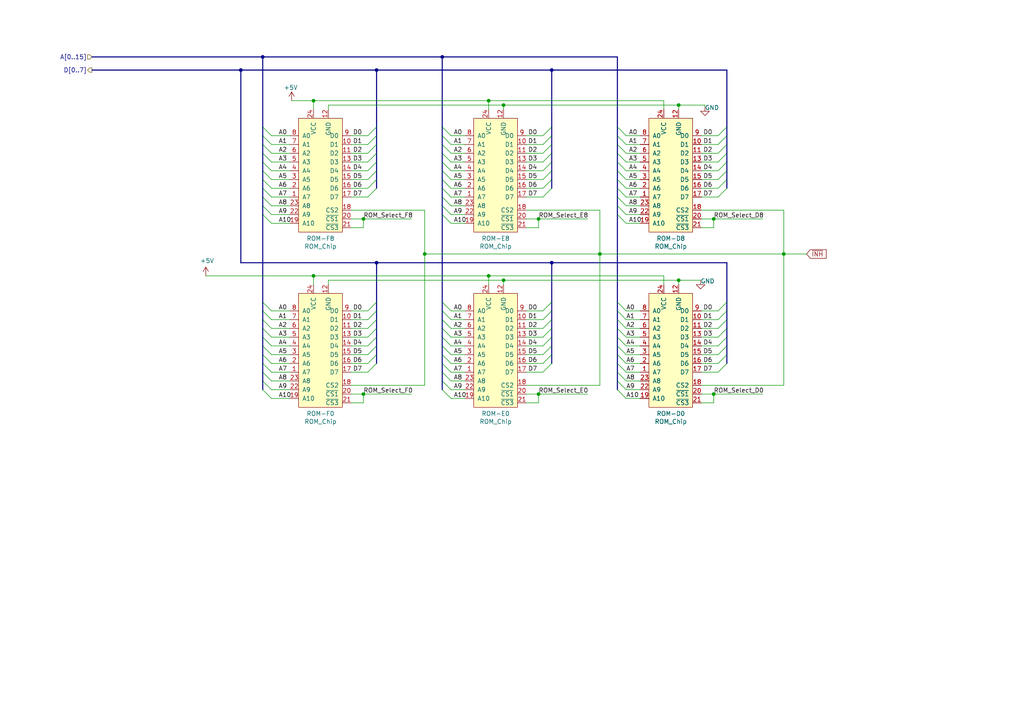
<source format=kicad_sch>
(kicad_sch (version 20230121) (generator eeschema)
  (paper "A4")
  (title_block (title "Apple II Schematic") (rev "0") (comment 1 "Captured from the Apple II Reference Manual (1979)"))
  (lib_symbols
    (symbol "AppleII+:ROM_Chip" (pin_names (offset 1.016))
      (property "Reference" "U" (at 5.842 21.59 0))
      (property "Value" "ROM_Chip" (at 3.048 -13.97 0))
      (symbol "ROM_Chip_0_1"
        (rectangle (start -5.08 20.32) (end 7.62 -12.7) (fill (type background)))
      )
      (symbol "ROM_Chip_1_1"
        (pin input line (at -7.62 -2.54 0) (length 2.54) (name "A7") (number "1"))
        (pin output line (at 10.16 12.7 180) (length 2.54) (name "D1") (number "10"))
        (pin output line (at 10.16 10.16 180) (length 2.54) (name "D2") (number "11"))
        (pin power_in line (at 3.556 22.86 270) (length 2.54) (name "GND") (number "12"))
        (pin output line (at 10.16 7.62 180) (length 2.54) (name "D3") (number "13"))
        (pin output line (at 10.16 5.08 180) (length 2.54) (name "D4") (number "14"))
        (pin output line (at 10.16 2.54 180) (length 2.54) (name "D5") (number "15"))
        (pin output line (at 10.16 0 180) (length 2.54) (name "D6") (number "16"))
        (pin output line (at 10.16 -2.54 180) (length 2.54) (name "D7") (number "17"))
        (pin input line (at 10.16 -6.35 180) (length 2.54) (name "CS2") (number "18"))
        (pin input line (at -7.62 -10.16 0) (length 2.54) (name "A10") (number "19"))
        (pin input line (at -7.62 0 0) (length 2.54) (name "A6") (number "2"))
        (pin input line (at 10.16 -8.89 180) (length 2.54) (name "~{CS1}") (number "20"))
        (pin input line (at 10.16 -11.43 180) (length 2.54) (name "~{CS3}") (number "21"))
        (pin input line (at -7.62 -7.62 0) (length 2.54) (name "A9") (number "22"))
        (pin input line (at -7.62 -5.08 0) (length 2.54) (name "A8") (number "23"))
        (pin power_in line (at -0.762 22.86 270) (length 2.54) (name "VCC") (number "24"))
        (pin input line (at -7.62 2.54 0) (length 2.54) (name "A5") (number "3"))
        (pin input line (at -7.62 5.08 0) (length 2.54) (name "A4") (number "4"))
        (pin input line (at -7.62 7.62 0) (length 2.54) (name "A3") (number "5"))
        (pin input line (at -7.62 10.16 0) (length 2.54) (name "A2") (number "6"))
        (pin input line (at -7.62 12.7 0) (length 2.54) (name "A1") (number "7"))
        (pin input line (at -7.62 15.24 0) (length 2.54) (name "A0") (number "8"))
        (pin output line (at 10.16 15.24 180) (length 2.54) (name "D0") (number "9"))
      )
    )
    (symbol "power:+5V" (power) (pin_names (offset 0))
      (property "Value" "+5V" (at 0 3.556 0))
      (symbol "+5V_0_1"
        (polyline (pts (xy -0.762 1.27) (xy 0 2.54)))
        (polyline (pts (xy 0 0) (xy 0 2.54)))
        (polyline (pts (xy 0 2.54) (xy 0.762 1.27)))
      )
      (symbol "+5V_1_1"
        (pin power_in line (at 0 0 90) (length 0) hide (name "+5V") (number "1"))
      )
    )
    (symbol "power:GND" (power) (pin_names (offset 0))
      (property "Value" "GND" (at 0 -3.81 0))
      (symbol "GND_0_1"
        (polyline (pts (xy 0 0) (xy 0 -1.27) (xy 1.27 -1.27) (xy 0 -2.54) (xy -1.27 -1.27) (xy 0 -1.27)))
      )
      (symbol "GND_1_1"
        (pin power_in line (at 0 0 270) (length 0) hide (name "GND") (number "1"))
      )
    )
  )
  (junction (at 90.932 29.21))
  (junction (at 156.21 114.3))
  (junction (at 105.41 114.3))
  (junction (at 141.732 29.21))
  (junction (at 146.05 30.48))
  (junction (at 156.21 63.5))
  (junction (at 173.99 73.66))
  (junction (at 123.19 73.66))
  (junction (at 207.01 63.5))
  (junction (at 109.22 20.32))
  (junction (at 160.02 76.2))
  (junction (at 141.732 80.01))
  (junction (at 69.85 20.32))
  (junction (at 196.85 81.28))
  (junction (at 109.22 76.2))
  (junction (at 227.33 73.66))
  (junction (at 196.85 30.48))
  (junction (at 90.932 80.01))
  (junction (at 105.41 63.5))
  (junction (at 160.02 20.32))
  (junction (at 207.01 114.3))
  (junction (at 128.27 16.51))
  (junction (at 76.2 16.51))
  (junction (at 146.05 81.28))
  (bus_entry (at 128.27 92.71) (size 2.54 2.54))
  (bus_entry (at 179.07 39.37) (size 2.54 2.54))
  (bus_entry (at 160.02 44.45) (size -2.54 2.54))
  (bus_entry (at 160.02 87.63) (size -2.54 2.54))
  (bus_entry (at 128.27 41.91) (size 2.54 2.54))
  (bus_entry (at 76.2 90.17) (size 2.54 2.54))
  (bus_entry (at 179.07 54.61) (size 2.54 2.54))
  (bus_entry (at 210.82 39.37) (size -2.54 2.54))
  (bus_entry (at 128.27 90.17) (size 2.54 2.54))
  (bus_entry (at 179.07 36.83) (size 2.54 2.54))
  (bus_entry (at 160.02 46.99) (size -2.54 2.54))
  (bus_entry (at 210.82 90.17) (size -2.54 2.54))
  (bus_entry (at 109.22 54.61) (size -2.54 2.54))
  (bus_entry (at 179.07 57.15) (size 2.54 2.54))
  (bus_entry (at 109.22 102.87) (size -2.54 2.54))
  (bus_entry (at 179.07 92.71) (size 2.54 2.54))
  (bus_entry (at 210.82 92.71) (size -2.54 2.54))
  (bus_entry (at 128.27 95.25) (size 2.54 2.54))
  (bus_entry (at 76.2 92.71) (size 2.54 2.54))
  (bus_entry (at 128.27 100.33) (size 2.54 2.54))
  (bus_entry (at 76.2 59.69) (size 2.54 2.54))
  (bus_entry (at 128.27 39.37) (size 2.54 2.54))
  (bus_entry (at 160.02 39.37) (size -2.54 2.54))
  (bus_entry (at 109.22 46.99) (size -2.54 2.54))
  (bus_entry (at 210.82 41.91) (size -2.54 2.54))
  (bus_entry (at 76.2 39.37) (size 2.54 2.54))
  (bus_entry (at 128.27 44.45) (size 2.54 2.54))
  (bus_entry (at 210.82 97.79) (size -2.54 2.54))
  (bus_entry (at 160.02 92.71) (size -2.54 2.54))
  (bus_entry (at 160.02 52.07) (size -2.54 2.54))
  (bus_entry (at 109.22 95.25) (size -2.54 2.54))
  (bus_entry (at 76.2 102.87) (size 2.54 2.54))
  (bus_entry (at 179.07 102.87) (size 2.54 2.54))
  (bus_entry (at 109.22 100.33) (size -2.54 2.54))
  (bus_entry (at 210.82 44.45) (size -2.54 2.54))
  (bus_entry (at 128.27 113.03) (size 2.54 2.54))
  (bus_entry (at 210.82 105.41) (size -2.54 2.54))
  (bus_entry (at 179.07 62.23) (size 2.54 2.54))
  (bus_entry (at 179.07 46.99) (size 2.54 2.54))
  (bus_entry (at 76.2 110.49) (size 2.54 2.54))
  (bus_entry (at 128.27 97.79) (size 2.54 2.54))
  (bus_entry (at 109.22 92.71) (size -2.54 2.54))
  (bus_entry (at 76.2 97.79) (size 2.54 2.54))
  (bus_entry (at 76.2 95.25) (size 2.54 2.54))
  (bus_entry (at 210.82 87.63) (size -2.54 2.54))
  (bus_entry (at 109.22 105.41) (size -2.54 2.54))
  (bus_entry (at 179.07 41.91) (size 2.54 2.54))
  (bus_entry (at 210.82 49.53) (size -2.54 2.54))
  (bus_entry (at 128.27 105.41) (size 2.54 2.54))
  (bus_entry (at 128.27 54.61) (size 2.54 2.54))
  (bus_entry (at 179.07 59.69) (size 2.54 2.54))
  (bus_entry (at 76.2 52.07) (size 2.54 2.54))
  (bus_entry (at 179.07 100.33) (size 2.54 2.54))
  (bus_entry (at 109.22 97.79) (size -2.54 2.54))
  (bus_entry (at 160.02 36.83) (size -2.54 2.54))
  (bus_entry (at 76.2 44.45) (size 2.54 2.54))
  (bus_entry (at 179.07 87.63) (size 2.54 2.54))
  (bus_entry (at 128.27 59.69) (size 2.54 2.54))
  (bus_entry (at 179.07 97.79) (size 2.54 2.54))
  (bus_entry (at 179.07 49.53) (size 2.54 2.54))
  (bus_entry (at 76.2 36.83) (size 2.54 2.54))
  (bus_entry (at 76.2 105.41) (size 2.54 2.54))
  (bus_entry (at 210.82 36.83) (size -2.54 2.54))
  (bus_entry (at 76.2 57.15) (size 2.54 2.54))
  (bus_entry (at 76.2 49.53) (size 2.54 2.54))
  (bus_entry (at 128.27 57.15) (size 2.54 2.54))
  (bus_entry (at 109.22 52.07) (size -2.54 2.54))
  (bus_entry (at 179.07 107.95) (size 2.54 2.54))
  (bus_entry (at 179.07 95.25) (size 2.54 2.54))
  (bus_entry (at 76.2 113.03) (size 2.54 2.54))
  (bus_entry (at 160.02 90.17) (size -2.54 2.54))
  (bus_entry (at 160.02 100.33) (size -2.54 2.54))
  (bus_entry (at 76.2 41.91) (size 2.54 2.54))
  (bus_entry (at 210.82 52.07) (size -2.54 2.54))
  (bus_entry (at 128.27 62.23) (size 2.54 2.54))
  (bus_entry (at 109.22 36.83) (size -2.54 2.54))
  (bus_entry (at 179.07 90.17) (size 2.54 2.54))
  (bus_entry (at 160.02 102.87) (size -2.54 2.54))
  (bus_entry (at 109.22 41.91) (size -2.54 2.54))
  (bus_entry (at 210.82 95.25) (size -2.54 2.54))
  (bus_entry (at 109.22 90.17) (size -2.54 2.54))
  (bus_entry (at 128.27 102.87) (size 2.54 2.54))
  (bus_entry (at 210.82 100.33) (size -2.54 2.54))
  (bus_entry (at 128.27 46.99) (size 2.54 2.54))
  (bus_entry (at 160.02 95.25) (size -2.54 2.54))
  (bus_entry (at 210.82 102.87) (size -2.54 2.54))
  (bus_entry (at 210.82 46.99) (size -2.54 2.54))
  (bus_entry (at 76.2 107.95) (size 2.54 2.54))
  (bus_entry (at 128.27 107.95) (size 2.54 2.54))
  (bus_entry (at 179.07 110.49) (size 2.54 2.54))
  (bus_entry (at 179.07 44.45) (size 2.54 2.54))
  (bus_entry (at 76.2 87.63) (size 2.54 2.54))
  (bus_entry (at 160.02 49.53) (size -2.54 2.54))
  (bus_entry (at 109.22 49.53) (size -2.54 2.54))
  (bus_entry (at 210.82 54.61) (size -2.54 2.54))
  (bus_entry (at 76.2 54.61) (size 2.54 2.54))
  (bus_entry (at 76.2 100.33) (size 2.54 2.54))
  (bus_entry (at 109.22 39.37) (size -2.54 2.54))
  (bus_entry (at 160.02 97.79) (size -2.54 2.54))
  (bus_entry (at 109.22 44.45) (size -2.54 2.54))
  (bus_entry (at 128.27 52.07) (size 2.54 2.54))
  (bus_entry (at 179.07 52.07) (size 2.54 2.54))
  (bus_entry (at 128.27 49.53) (size 2.54 2.54))
  (bus_entry (at 76.2 62.23) (size 2.54 2.54))
  (bus_entry (at 160.02 41.91) (size -2.54 2.54))
  (bus_entry (at 128.27 87.63) (size 2.54 2.54))
  (bus_entry (at 160.02 54.61) (size -2.54 2.54))
  (bus_entry (at 179.07 113.03) (size 2.54 2.54))
  (bus_entry (at 76.2 46.99) (size 2.54 2.54))
  (bus_entry (at 128.27 36.83) (size 2.54 2.54))
  (bus_entry (at 128.27 110.49) (size 2.54 2.54))
  (bus_entry (at 160.02 105.41) (size -2.54 2.54))
  (bus_entry (at 109.22 87.63) (size -2.54 2.54))
  (bus_entry (at 179.07 105.41) (size 2.54 2.54))
  (bus (pts (xy 109.22 76.2) (xy 69.85 76.2)))
  (wire (pts (xy 203.454 114.3) (xy 207.01 114.3)))
  (wire (pts (xy 152.654 54.61) (xy 157.48 54.61)))
  (wire (pts (xy 152.654 105.41) (xy 157.48 105.41)))
  (wire (pts (xy 203.454 49.53) (xy 208.28 49.53)))
  (wire (pts (xy 101.854 92.71) (xy 106.68 92.71)))
  (wire (pts (xy 105.41 116.84) (xy 101.854 116.84)))
  (wire (pts (xy 152.654 44.45) (xy 157.48 44.45)))
  (wire (pts (xy 95.25 30.48) (xy 95.25 31.75)))
  (wire (pts (xy 156.21 63.5) (xy 170.434 63.5)))
  (wire (pts (xy 130.81 54.61) (xy 134.874 54.61)))
  (bus (pts (xy 210.82 39.37) (xy 210.82 41.91)))
  (bus (pts (xy 109.22 36.83) (xy 109.22 39.37)))
  (bus (pts (xy 109.22 39.37) (xy 109.22 41.91)))
  (wire (pts (xy 141.732 82.55) (xy 141.732 80.01)))
  (bus (pts (xy 210.82 102.87) (xy 210.82 105.41)))
  (wire (pts (xy 78.74 59.69) (xy 84.074 59.69)))
  (wire (pts (xy 101.854 107.95) (xy 106.68 107.95)))
  (wire (pts (xy 203.454 39.37) (xy 208.28 39.37)))
  (wire (pts (xy 181.61 115.57) (xy 185.674 115.57)))
  (bus (pts (xy 26.67 16.51) (xy 76.2 16.51)))
  (wire (pts (xy 152.654 111.76) (xy 173.99 111.76)))
  (wire (pts (xy 152.654 100.33) (xy 157.48 100.33)))
  (bus (pts (xy 109.22 97.79) (xy 109.22 100.33)))
  (wire (pts (xy 95.25 81.28) (xy 95.25 82.55)))
  (bus (pts (xy 76.2 92.71) (xy 76.2 95.25)))
  (wire (pts (xy 152.654 39.37) (xy 157.48 39.37)))
  (wire (pts (xy 101.854 97.79) (xy 106.68 97.79)))
  (wire (pts (xy 130.81 115.57) (xy 134.874 115.57)))
  (wire (pts (xy 101.854 100.33) (xy 106.68 100.33)))
  (bus (pts (xy 128.27 87.63) (xy 128.27 90.17)))
  (bus (pts (xy 210.82 76.2) (xy 210.82 87.63)))
  (wire (pts (xy 196.85 81.28) (xy 196.85 82.55)))
  (bus (pts (xy 160.02 76.2) (xy 210.82 76.2)))
  (wire (pts (xy 105.41 63.5) (xy 119.38 63.5)))
  (wire (pts (xy 78.74 92.71) (xy 84.074 92.71)))
  (wire (pts (xy 173.99 73.66) (xy 123.19 73.66)))
  (bus (pts (xy 179.07 16.51) (xy 179.07 36.83)))
  (wire (pts (xy 78.74 97.79) (xy 84.074 97.79)))
  (wire (pts (xy 152.654 90.17) (xy 157.48 90.17)))
  (bus (pts (xy 210.82 20.32) (xy 210.82 36.83)))
  (bus (pts (xy 179.07 102.87) (xy 179.07 105.41)))
  (bus (pts (xy 160.02 20.32) (xy 210.82 20.32)))
  (wire (pts (xy 105.41 114.3) (xy 105.41 116.84)))
  (wire (pts (xy 59.69 80.01) (xy 90.932 80.01)))
  (bus (pts (xy 76.2 107.95) (xy 76.2 110.49)))
  (bus (pts (xy 76.2 97.79) (xy 76.2 100.33)))
  (bus (pts (xy 210.82 100.33) (xy 210.82 102.87)))
  (wire (pts (xy 130.81 110.49) (xy 134.874 110.49)))
  (wire (pts (xy 101.854 41.91) (xy 106.68 41.91)))
  (bus (pts (xy 109.22 100.33) (xy 109.22 102.87)))
  (wire (pts (xy 203.454 60.96) (xy 227.33 60.96)))
  (wire (pts (xy 78.74 102.87) (xy 84.074 102.87)))
  (wire (pts (xy 181.61 57.15) (xy 185.674 57.15)))
  (wire (pts (xy 173.99 111.76) (xy 173.99 73.66)))
  (wire (pts (xy 152.654 107.95) (xy 157.48 107.95)))
  (bus (pts (xy 128.27 16.51) (xy 128.27 36.83)))
  (wire (pts (xy 152.654 52.07) (xy 157.48 52.07)))
  (bus (pts (xy 179.07 110.49) (xy 179.07 113.03)))
  (wire (pts (xy 78.74 64.77) (xy 84.074 64.77)))
  (wire (pts (xy 105.41 66.04) (xy 101.854 66.04)))
  (bus (pts (xy 109.22 49.53) (xy 109.22 52.07)))
  (wire (pts (xy 203.454 41.91) (xy 208.28 41.91)))
  (bus (pts (xy 210.82 44.45) (xy 210.82 46.99)))
  (bus (pts (xy 128.27 62.23) (xy 128.27 87.63)))
  (wire (pts (xy 78.74 39.37) (xy 84.074 39.37)))
  (wire (pts (xy 130.81 41.91) (xy 134.874 41.91)))
  (wire (pts (xy 181.61 49.53) (xy 185.674 49.53)))
  (bus (pts (xy 128.27 110.49) (xy 128.27 113.03)))
  (wire (pts (xy 130.81 90.17) (xy 134.874 90.17)))
  (wire (pts (xy 130.81 57.15) (xy 134.874 57.15)))
  (bus (pts (xy 179.07 90.17) (xy 179.07 92.71)))
  (bus (pts (xy 179.07 100.33) (xy 179.07 102.87)))
  (wire (pts (xy 181.61 44.45) (xy 185.674 44.45)))
  (wire (pts (xy 78.74 113.03) (xy 84.074 113.03)))
  (wire (pts (xy 156.21 114.3) (xy 156.21 116.84)))
  (bus (pts (xy 76.2 59.69) (xy 76.2 62.23)))
  (bus (pts (xy 128.27 54.61) (xy 128.27 57.15)))
  (wire (pts (xy 105.41 114.3) (xy 119.38 114.3)))
  (bus (pts (xy 179.07 52.07) (xy 179.07 54.61)))
  (bus (pts (xy 179.07 105.41) (xy 179.07 107.95)))
  (bus (pts (xy 76.2 41.91) (xy 76.2 44.45)))
  (wire (pts (xy 78.74 41.91) (xy 84.074 41.91)))
  (bus (pts (xy 76.2 87.63) (xy 76.2 90.17)))
  (wire (pts (xy 181.61 54.61) (xy 185.674 54.61)))
  (bus (pts (xy 76.2 46.99) (xy 76.2 49.53)))
  (bus (pts (xy 109.22 102.87) (xy 109.22 105.41)))
  (wire (pts (xy 152.654 114.3) (xy 156.21 114.3)))
  (wire (pts (xy 173.99 60.96) (xy 152.654 60.96)))
  (bus (pts (xy 160.02 95.25) (xy 160.02 97.79)))
  (bus (pts (xy 76.2 62.23) (xy 76.2 87.63)))
  (bus (pts (xy 160.02 36.83) (xy 160.02 39.37)))
  (wire (pts (xy 181.61 92.71) (xy 185.674 92.71)))
  (bus (pts (xy 210.82 49.53) (xy 210.82 52.07)))
  (wire (pts (xy 101.854 105.41) (xy 106.68 105.41)))
  (wire (pts (xy 181.61 107.95) (xy 185.674 107.95)))
  (wire (pts (xy 181.61 41.91) (xy 185.674 41.91)))
  (wire (pts (xy 152.654 95.25) (xy 157.48 95.25)))
  (wire (pts (xy 84.582 29.21) (xy 90.932 29.21)))
  (bus (pts (xy 179.07 95.25) (xy 179.07 97.79)))
  (wire (pts (xy 152.654 92.71) (xy 157.48 92.71)))
  (bus (pts (xy 109.22 76.2) (xy 160.02 76.2)))
  (wire (pts (xy 203.454 100.33) (xy 208.28 100.33)))
  (bus (pts (xy 76.2 95.25) (xy 76.2 97.79)))
  (wire (pts (xy 203.454 63.5) (xy 207.01 63.5)))
  (bus (pts (xy 109.22 87.63) (xy 109.22 90.17)))
  (wire (pts (xy 101.854 39.37) (xy 106.68 39.37)))
  (wire (pts (xy 130.81 102.87) (xy 134.874 102.87)))
  (bus (pts (xy 210.82 92.71) (xy 210.82 95.25)))
  (bus (pts (xy 160.02 52.07) (xy 160.02 54.61)))
  (wire (pts (xy 203.454 54.61) (xy 208.28 54.61)))
  (wire (pts (xy 203.454 111.76) (xy 227.33 111.76)))
  (wire (pts (xy 78.74 44.45) (xy 84.074 44.45)))
  (wire (pts (xy 203.454 95.25) (xy 208.28 95.25)))
  (wire (pts (xy 90.932 80.01) (xy 141.732 80.01)))
  (wire (pts (xy 173.99 73.66) (xy 227.33 73.66)))
  (wire (pts (xy 78.74 90.17) (xy 84.074 90.17)))
  (wire (pts (xy 101.854 44.45) (xy 106.68 44.45)))
  (wire (pts (xy 181.61 90.17) (xy 185.674 90.17)))
  (wire (pts (xy 203.454 44.45) (xy 208.28 44.45)))
  (bus (pts (xy 109.22 44.45) (xy 109.22 46.99)))
  (bus (pts (xy 128.27 49.53) (xy 128.27 52.07)))
  (wire (pts (xy 130.81 44.45) (xy 134.874 44.45)))
  (bus (pts (xy 160.02 90.17) (xy 160.02 92.71)))
  (bus (pts (xy 128.27 102.87) (xy 128.27 105.41)))
  (bus (pts (xy 210.82 90.17) (xy 210.82 92.71)))
  (bus (pts (xy 179.07 62.23) (xy 179.07 87.63)))
  (wire (pts (xy 181.61 110.49) (xy 185.674 110.49)))
  (bus (pts (xy 26.67 20.32) (xy 69.85 20.32)))
  (wire (pts (xy 141.732 80.01) (xy 192.532 80.01)))
  (bus (pts (xy 109.22 92.71) (xy 109.22 95.25)))
  (wire (pts (xy 156.21 114.3) (xy 170.434 114.3)))
  (wire (pts (xy 207.01 116.84) (xy 203.454 116.84)))
  (bus (pts (xy 179.07 92.71) (xy 179.07 95.25)))
  (bus (pts (xy 179.07 41.91) (xy 179.07 44.45)))
  (wire (pts (xy 152.654 97.79) (xy 157.48 97.79)))
  (wire (pts (xy 203.454 46.99) (xy 208.28 46.99)))
  (wire (pts (xy 181.61 97.79) (xy 185.674 97.79)))
  (wire (pts (xy 203.454 92.71) (xy 208.28 92.71)))
  (wire (pts (xy 207.01 63.5) (xy 207.01 66.04)))
  (wire (pts (xy 101.854 63.5) (xy 105.41 63.5)))
  (bus (pts (xy 128.27 107.95) (xy 128.27 110.49)))
  (wire (pts (xy 101.854 95.25) (xy 106.68 95.25)))
  (wire (pts (xy 181.61 95.25) (xy 185.674 95.25)))
  (wire (pts (xy 101.854 111.76) (xy 123.19 111.76)))
  (bus (pts (xy 179.07 97.79) (xy 179.07 100.33)))
  (wire (pts (xy 130.81 52.07) (xy 134.874 52.07)))
  (wire (pts (xy 78.74 52.07) (xy 84.074 52.07)))
  (wire (pts (xy 141.732 29.21) (xy 192.532 29.21)))
  (wire (pts (xy 152.654 57.15) (xy 157.48 57.15)))
  (bus (pts (xy 76.2 36.83) (xy 76.2 39.37)))
  (wire (pts (xy 78.74 57.15) (xy 84.074 57.15)))
  (wire (pts (xy 105.41 63.5) (xy 105.41 66.04)))
  (wire (pts (xy 123.19 73.66) (xy 123.19 60.96)))
  (wire (pts (xy 203.454 107.95) (xy 208.28 107.95)))
  (bus (pts (xy 109.22 20.32) (xy 160.02 20.32)))
  (bus (pts (xy 76.2 90.17) (xy 76.2 92.71)))
  (wire (pts (xy 227.33 111.76) (xy 227.33 73.66)))
  (bus (pts (xy 179.07 49.53) (xy 179.07 52.07)))
  (bus (pts (xy 128.27 52.07) (xy 128.27 54.61)))
  (bus (pts (xy 128.27 16.51) (xy 179.07 16.51)))
  (bus (pts (xy 210.82 41.91) (xy 210.82 44.45)))
  (bus (pts (xy 128.27 90.17) (xy 128.27 92.71)))
  (wire (pts (xy 78.74 49.53) (xy 84.074 49.53)))
  (bus (pts (xy 179.07 57.15) (xy 179.07 59.69)))
  (bus (pts (xy 76.2 16.51) (xy 128.27 16.51)))
  (wire (pts (xy 181.61 39.37) (xy 185.674 39.37)))
  (wire (pts (xy 227.33 60.96) (xy 227.33 73.66)))
  (bus (pts (xy 69.85 20.32) (xy 109.22 20.32)))
  (bus (pts (xy 160.02 39.37) (xy 160.02 41.91)))
  (bus (pts (xy 179.07 59.69) (xy 179.07 62.23)))
  (wire (pts (xy 181.61 62.23) (xy 185.674 62.23)))
  (bus (pts (xy 128.27 92.71) (xy 128.27 95.25)))
  (wire (pts (xy 146.05 30.48) (xy 95.25 30.48)))
  (bus (pts (xy 109.22 76.2) (xy 109.22 87.63)))
  (wire (pts (xy 101.854 102.87) (xy 106.68 102.87)))
  (bus (pts (xy 76.2 105.41) (xy 76.2 107.95)))
  (wire (pts (xy 192.532 29.21) (xy 192.532 31.75)))
  (wire (pts (xy 78.74 100.33) (xy 84.074 100.33)))
  (wire (pts (xy 181.61 64.77) (xy 185.674 64.77)))
  (bus (pts (xy 76.2 16.51) (xy 76.2 36.83)))
  (bus (pts (xy 128.27 46.99) (xy 128.27 49.53)))
  (wire (pts (xy 130.81 49.53) (xy 134.874 49.53)))
  (wire (pts (xy 203.454 105.41) (xy 208.28 105.41)))
  (wire (pts (xy 130.81 62.23) (xy 134.874 62.23)))
  (bus (pts (xy 160.02 100.33) (xy 160.02 102.87)))
  (wire (pts (xy 203.454 90.17) (xy 208.28 90.17)))
  (bus (pts (xy 109.22 46.99) (xy 109.22 49.53)))
  (bus (pts (xy 210.82 95.25) (xy 210.82 97.79)))
  (bus (pts (xy 128.27 39.37) (xy 128.27 41.91)))
  (wire (pts (xy 123.19 111.76) (xy 123.19 73.66)))
  (wire (pts (xy 181.61 59.69) (xy 185.674 59.69)))
  (wire (pts (xy 78.74 54.61) (xy 84.074 54.61)))
  (wire (pts (xy 204.47 30.988) (xy 204.47 30.48)))
  (wire (pts (xy 130.81 100.33) (xy 134.874 100.33)))
  (wire (pts (xy 90.932 29.21) (xy 141.732 29.21)))
  (wire (pts (xy 181.61 46.99) (xy 185.674 46.99)))
  (wire (pts (xy 173.99 73.66) (xy 173.99 60.96)))
  (wire (pts (xy 227.33 73.66) (xy 233.934 73.66)))
  (wire (pts (xy 101.854 52.07) (xy 106.68 52.07)))
  (wire (pts (xy 152.654 49.53) (xy 157.48 49.53)))
  (bus (pts (xy 160.02 97.79) (xy 160.02 100.33)))
  (wire (pts (xy 78.74 95.25) (xy 84.074 95.25)))
  (wire (pts (xy 152.654 102.87) (xy 157.48 102.87)))
  (bus (pts (xy 76.2 44.45) (xy 76.2 46.99)))
  (wire (pts (xy 204.47 30.48) (xy 196.85 30.48)))
  (wire (pts (xy 130.81 59.69) (xy 134.874 59.69)))
  (bus (pts (xy 76.2 100.33) (xy 76.2 102.87)))
  (wire (pts (xy 181.61 105.41) (xy 185.674 105.41)))
  (wire (pts (xy 152.654 41.91) (xy 157.48 41.91)))
  (bus (pts (xy 128.27 105.41) (xy 128.27 107.95)))
  (wire (pts (xy 196.85 81.28) (xy 203.2 81.28)))
  (wire (pts (xy 130.81 46.99) (xy 134.874 46.99)))
  (wire (pts (xy 123.19 60.96) (xy 101.854 60.96)))
  (bus (pts (xy 160.02 49.53) (xy 160.02 52.07)))
  (wire (pts (xy 156.21 116.84) (xy 152.654 116.84)))
  (wire (pts (xy 130.81 39.37) (xy 134.874 39.37)))
  (bus (pts (xy 76.2 57.15) (xy 76.2 59.69)))
  (bus (pts (xy 179.07 36.83) (xy 179.07 39.37)))
  (bus (pts (xy 179.07 46.99) (xy 179.07 49.53)))
  (wire (pts (xy 130.81 113.03) (xy 134.874 113.03)))
  (bus (pts (xy 76.2 110.49) (xy 76.2 113.03)))
  (wire (pts (xy 181.61 113.03) (xy 185.674 113.03)))
  (bus (pts (xy 160.02 102.87) (xy 160.02 105.41)))
  (wire (pts (xy 196.85 31.75) (xy 196.85 30.48)))
  (wire (pts (xy 78.74 115.57) (xy 84.074 115.57)))
  (wire (pts (xy 101.854 57.15) (xy 106.68 57.15)))
  (bus (pts (xy 76.2 54.61) (xy 76.2 57.15)))
  (bus (pts (xy 210.82 87.63) (xy 210.82 90.17)))
  (wire (pts (xy 156.21 63.5) (xy 156.21 66.04)))
  (wire (pts (xy 78.74 105.41) (xy 84.074 105.41)))
  (wire (pts (xy 101.854 114.3) (xy 105.41 114.3)))
  (wire (pts (xy 130.81 95.25) (xy 134.874 95.25)))
  (wire (pts (xy 78.74 107.95) (xy 84.074 107.95)))
  (bus (pts (xy 109.22 52.07) (xy 109.22 54.61)))
  (bus (pts (xy 109.22 41.91) (xy 109.22 44.45)))
  (bus (pts (xy 179.07 44.45) (xy 179.07 46.99)))
  (wire (pts (xy 207.01 114.3) (xy 207.01 116.84)))
  (wire (pts (xy 192.532 80.01) (xy 192.532 82.55)))
  (bus (pts (xy 109.22 95.25) (xy 109.22 97.79)))
  (wire (pts (xy 101.854 54.61) (xy 106.68 54.61)))
  (wire (pts (xy 203.454 52.07) (xy 208.28 52.07)))
  (bus (pts (xy 210.82 97.79) (xy 210.82 100.33)))
  (bus (pts (xy 128.27 97.79) (xy 128.27 100.33)))
  (bus (pts (xy 76.2 52.07) (xy 76.2 54.61)))
  (bus (pts (xy 76.2 39.37) (xy 76.2 41.91)))
  (bus (pts (xy 128.27 95.25) (xy 128.27 97.79)))
  (wire (pts (xy 146.05 81.28) (xy 95.25 81.28)))
  (wire (pts (xy 90.932 82.55) (xy 90.932 80.01)))
  (bus (pts (xy 128.27 44.45) (xy 128.27 46.99)))
  (wire (pts (xy 130.81 64.77) (xy 134.874 64.77)))
  (wire (pts (xy 152.654 63.5) (xy 156.21 63.5)))
  (wire (pts (xy 130.81 97.79) (xy 134.874 97.79)))
  (bus (pts (xy 160.02 76.2) (xy 160.02 87.63)))
  (wire (pts (xy 156.21 66.04) (xy 152.654 66.04)))
  (wire (pts (xy 141.732 31.75) (xy 141.732 29.21)))
  (wire (pts (xy 203.454 57.15) (xy 208.28 57.15)))
  (bus (pts (xy 128.27 41.91) (xy 128.27 44.45)))
  (wire (pts (xy 78.74 46.99) (xy 84.074 46.99)))
  (wire (pts (xy 203.454 97.79) (xy 208.28 97.79)))
  (wire (pts (xy 181.61 100.33) (xy 185.674 100.33)))
  (wire (pts (xy 130.81 105.41) (xy 134.874 105.41)))
  (bus (pts (xy 179.07 54.61) (xy 179.07 57.15)))
  (bus (pts (xy 128.27 100.33) (xy 128.27 102.87)))
  (bus (pts (xy 210.82 46.99) (xy 210.82 49.53)))
  (bus (pts (xy 128.27 57.15) (xy 128.27 59.69)))
  (bus (pts (xy 109.22 20.32) (xy 109.22 36.83)))
  (wire (pts (xy 196.85 30.48) (xy 146.05 30.48)))
  (bus (pts (xy 76.2 102.87) (xy 76.2 105.41)))
  (bus (pts (xy 179.07 107.95) (xy 179.07 110.49)))
  (wire (pts (xy 152.654 46.99) (xy 157.48 46.99)))
  (wire (pts (xy 90.932 31.75) (xy 90.932 29.21)))
  (bus (pts (xy 160.02 44.45) (xy 160.02 46.99)))
  (wire (pts (xy 130.81 92.71) (xy 134.874 92.71)))
  (wire (pts (xy 207.01 114.3) (xy 221.234 114.3)))
  (bus (pts (xy 210.82 52.07) (xy 210.82 54.61)))
  (wire (pts (xy 207.01 66.04) (xy 203.454 66.04)))
  (wire (pts (xy 78.74 62.23) (xy 84.074 62.23)))
  (bus (pts (xy 160.02 87.63) (xy 160.02 90.17)))
  (wire (pts (xy 101.854 49.53) (xy 106.68 49.53)))
  (wire (pts (xy 101.854 46.99) (xy 106.68 46.99)))
  (wire (pts (xy 146.05 31.75) (xy 146.05 30.48)))
  (wire (pts (xy 78.74 110.49) (xy 84.074 110.49)))
  (bus (pts (xy 179.07 39.37) (xy 179.07 41.91)))
  (wire (pts (xy 146.05 82.55) (xy 146.05 81.28)))
  (bus (pts (xy 160.02 41.91) (xy 160.02 44.45)))
  (wire (pts (xy 196.85 81.28) (xy 146.05 81.28)))
  (bus (pts (xy 160.02 20.32) (xy 160.02 36.83)))
  (bus (pts (xy 109.22 90.17) (xy 109.22 92.71)))
  (wire (pts (xy 181.61 102.87) (xy 185.674 102.87)))
  (bus (pts (xy 160.02 46.99) (xy 160.02 49.53)))
  (wire (pts (xy 203.454 102.87) (xy 208.28 102.87)))
  (wire (pts (xy 130.81 107.95) (xy 134.874 107.95)))
  (bus (pts (xy 76.2 49.53) (xy 76.2 52.07)))
  (bus (pts (xy 128.27 36.83) (xy 128.27 39.37)))
  (bus (pts (xy 128.27 59.69) (xy 128.27 62.23)))
  (wire (pts (xy 181.61 52.07) (xy 185.674 52.07)))
  (wire (pts (xy 207.01 63.5) (xy 221.234 63.5)))
  (bus (pts (xy 160.02 92.71) (xy 160.02 95.25)))
  (bus (pts (xy 210.82 36.83) (xy 210.82 39.37)))
  (wire (pts (xy 101.854 90.17) (xy 106.68 90.17)))
  (bus (pts (xy 179.07 87.63) (xy 179.07 90.17)))
  (bus (pts (xy 69.85 76.2) (xy 69.85 20.32)))
  (label "D7" (at 153.162 107.95 0))
  (label "D5" (at 153.162 102.87 0))
  (label "D0" (at 153.162 39.37 0))
  (label "D3" (at 102.362 97.79 0))
  (label "A4" (at 182.372 49.53 0))
  (label "A0" (at 181.61 90.17 0))
  (label "A1" (at 131.572 41.91 0))
  (label "A1" (at 181.61 92.71 0))
  (label "ROM_Select_F0" (at 105.41 114.3 0))
  (label "D7" (at 102.362 107.95 0))
  (label "A3" (at 80.772 97.79 0))
  (label "D7" (at 203.962 107.95 0))
  (label "A4" (at 80.772 49.53 0))
  (label "A10" (at 80.772 115.57 0))
  (label "D6" (at 203.962 105.41 0))
  (label "A0" (at 80.772 39.37 0))
  (label "A0" (at 182.372 39.37 0))
  (label "D2" (at 153.162 95.25 0))
  (label "D3" (at 203.962 46.99 0))
  (label "A10" (at 80.772 64.77 0))
  (label "A1" (at 80.772 41.91 0))
  (label "A6" (at 131.572 105.41 0))
  (label "D0" (at 102.362 39.37 0))
  (label "A8" (at 80.772 59.69 0))
  (label "D1" (at 203.962 92.71 0))
  (label "D2" (at 102.362 95.25 0))
  (label "A8" (at 182.372 59.69 0))
  (label "A2" (at 182.372 44.45 0))
  (label "D0" (at 203.962 39.37 0))
  (label "D4" (at 153.162 49.53 0))
  (label "A4" (at 80.772 100.33 0))
  (label "ROM_Select_D8" (at 207.01 63.5 0))
  (label "D6" (at 153.162 54.61 0))
  (label "A4" (at 131.572 49.53 0))
  (label "D1" (at 153.162 41.91 0))
  (label "D4" (at 153.162 100.33 0))
  (label "A6" (at 131.572 54.61 0))
  (label "D1" (at 102.362 92.71 0))
  (label "D3" (at 153.162 97.79 0))
  (label "A3" (at 131.572 97.79 0))
  (label "A5" (at 80.772 52.07 0))
  (label "D0" (at 102.362 90.17 0))
  (label "D5" (at 203.962 52.07 0))
  (label "A8" (at 131.572 59.69 0))
  (label "D1" (at 203.962 41.91 0))
  (label "A8" (at 131.572 110.49 0))
  (label "D6" (at 102.362 54.61 0))
  (label "D6" (at 153.162 105.41 0))
  (label "A8" (at 181.61 110.49 0))
  (label "A2" (at 80.772 44.45 0))
  (label "D2" (at 102.362 44.45 0))
  (label "A5" (at 182.372 52.07 0))
  (label "A5" (at 131.572 102.87 0))
  (label "A7" (at 131.572 107.95 0))
  (label "A3" (at 131.572 46.99 0))
  (label "A1" (at 182.372 41.91 0))
  (label "A4" (at 131.572 100.33 0))
  (label "A8" (at 80.772 110.49 0))
  (label "D6" (at 203.962 54.61 0))
  (label "A7" (at 131.572 57.15 0))
  (label "A2" (at 80.772 95.25 0))
  (label "A7" (at 181.61 107.95 0))
  (label "A6" (at 182.372 54.61 0))
  (label "D7" (at 153.162 57.15 0))
  (label "A5" (at 80.772 102.87 0))
  (label "A10" (at 181.61 115.57 0))
  (label "D5" (at 153.162 52.07 0))
  (label "D2" (at 203.962 44.45 0))
  (label "D3" (at 203.962 97.79 0))
  (label "ROM_Select_F8" (at 105.41 63.5 0))
  (label "A10" (at 131.572 64.77 0))
  (label "A0" (at 131.572 90.17 0))
  (label "A1" (at 80.772 92.71 0))
  (label "A3" (at 181.61 97.79 0))
  (label "D4" (at 203.962 49.53 0))
  (label "D4" (at 102.362 49.53 0))
  (label "D3" (at 102.362 46.99 0))
  (label "A3" (at 80.772 46.99 0))
  (label "D7" (at 203.962 57.15 0))
  (label "ROM_Select_D0" (at 207.01 114.3 0))
  (label "A2" (at 131.572 95.25 0))
  (label "A9" (at 131.572 113.03 0))
  (label "A6" (at 181.61 105.41 0))
  (label "A3" (at 182.372 46.99 0))
  (label "D4" (at 102.362 100.33 0))
  (label "A10" (at 131.572 115.57 0))
  (label "D2" (at 153.162 44.45 0))
  (label "D0" (at 203.962 90.17 0))
  (label "A9" (at 80.772 113.03 0))
  (label "D7" (at 102.362 57.15 0))
  (label "A4" (at 181.61 100.33 0))
  (label "D5" (at 102.362 102.87 0))
  (label "D3" (at 153.162 46.99 0))
  (label "ROM_Select_E0" (at 156.21 114.3 0))
  (label "A9" (at 131.572 62.23 0))
  (label "D1" (at 153.162 92.71 0))
  (label "A5" (at 181.61 102.87 0))
  (label "ROM_Select_E8" (at 156.21 63.5 0))
  (label "A7" (at 182.372 57.15 0))
  (label "A7" (at 80.772 107.95 0))
  (label "D4" (at 203.962 100.33 0))
  (label "A0" (at 80.772 90.17 0))
  (label "A1" (at 131.572 92.71 0))
  (label "A7" (at 80.772 57.15 0))
  (label "D2" (at 203.962 95.25 0))
  (label "D6" (at 102.362 105.41 0))
  (label "A9" (at 181.61 113.03 0))
  (label "D0" (at 153.162 90.17 0))
  (label "A9" (at 182.372 62.23 0))
  (label "A10" (at 182.372 64.77 0))
  (label "A6" (at 80.772 54.61 0))
  (label "A5" (at 131.572 52.07 0))
  (label "D5" (at 203.962 102.87 0))
  (label "A2" (at 181.61 95.25 0))
  (label "D1" (at 102.362 41.91 0))
  (label "D5" (at 102.362 52.07 0))
  (label "A9" (at 80.772 62.23 0))
  (label "A6" (at 80.772 105.41 0))
  (label "A0" (at 131.572 39.37 0))
  (label "A2" (at 131.572 44.45 0))
  (global_label "~{INH}" (shape input) (at 233.934 73.66 0) (property "Intersheetrefs" "${INTERSHEET_REFS}" (effects hide)))
  (hierarchical_label "D[0..7]" (shape output) (at 26.67 20.32 180))
  (hierarchical_label "A[0..15]" (shape input) (at 26.67 16.51 180))
  (symbol (lib_id "power:GND") (at 203.2 81.28 0) (unit 1)
    (property "Reference" "#PWR0131" (effects hide))
    (property "Value" "GND" (at 205.232 81.534 0))
  )
  (symbol (lib_id "AppleII+:ROM_Chip") (at 91.694 54.61 0) (unit 1)
    (property "Reference" "ROM-F8" (at 92.964 69.1642 0))
    (property "Value" "ROM_Chip" (at 92.964 71.4756 0))
    (property "Footprint" "Package_DIP:DIP-24_W15.24mm" (effects hide))
  )
  (symbol (lib_id "AppleII+:ROM_Chip") (at 91.694 105.41 0) (unit 1)
    (property "Reference" "ROM-F0" (at 92.964 119.9642 0))
    (property "Value" "ROM_Chip" (at 92.964 122.2756 0))
    (property "Footprint" "Package_DIP:DIP-24_W15.24mm" (effects hide))
  )
  (symbol (lib_id "AppleII+:ROM_Chip") (at 142.494 54.61 0) (unit 1)
    (property "Reference" "ROM-E8" (at 143.764 69.1642 0))
    (property "Value" "ROM_Chip" (at 143.764 71.4756 0))
    (property "Footprint" "Package_DIP:DIP-24_W15.24mm" (effects hide))
  )
  (symbol (lib_id "AppleII+:ROM_Chip") (at 142.494 105.41 0) (unit 1)
    (property "Reference" "ROM-E0" (at 143.764 119.9642 0))
    (property "Value" "ROM_Chip" (at 143.764 122.2756 0))
    (property "Footprint" "Package_DIP:DIP-24_W15.24mm" (effects hide))
  )
  (symbol (lib_id "AppleII+:ROM_Chip") (at 193.294 54.61 0) (unit 1)
    (property "Reference" "ROM-D8" (at 194.564 69.1642 0))
    (property "Value" "ROM_Chip" (at 194.564 71.4756 0))
    (property "Footprint" "Package_DIP:DIP-24_W15.24mm" (effects hide))
  )
  (symbol (lib_id "AppleII+:ROM_Chip") (at 193.294 105.41 0) (unit 1)
    (property "Reference" "ROM-D0" (at 194.564 119.9642 0))
    (property "Value" "ROM_Chip" (at 194.564 122.2756 0))
    (property "Footprint" "Package_DIP:DIP-24_W15.24mm" (effects hide))
  )
  (symbol (lib_id "power:+5V") (at 84.582 29.21 0) (unit 1)
    (property "Reference" "#PWR0126" (effects hide))
    (property "Value" "+5V" (at 84.328 25.4 0))
  )
  (symbol (lib_id "power:+5V") (at 59.69 80.01 0) (unit 1)
    (property "Reference" "#PWR0127" (effects hide))
    (property "Value" "+5V" (at 60.071 75.6158 0))
  )
  (symbol (lib_id "power:GND") (at 204.47 30.988 0) (unit 1)
    (property "Reference" "#PWR0128" (effects hide))
    (property "Value" "GND" (at 206.502 31.242 0))
  )
)
</source>
